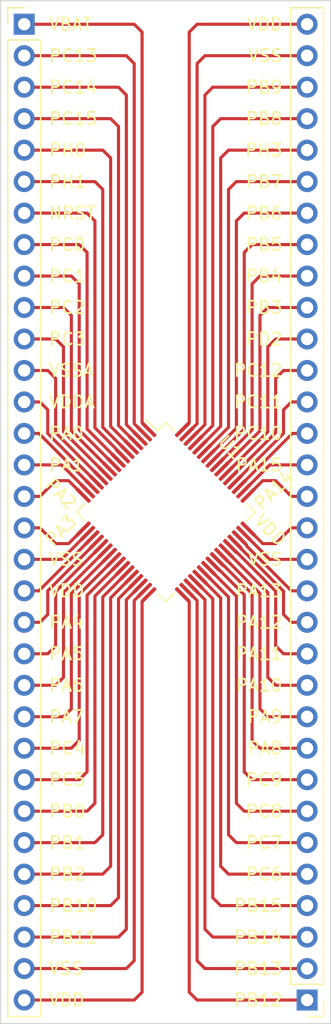
<source format=kicad_pcb>
(kicad_pcb (version 20211014) (generator pcbnew)
  (layers (0 "F.Cu" signal) (31 "B.Cu" signal) (34 "B.Paste" user) (35 "F.Paste" user) (36 "B.SilkS" user "B.Silkscreen") (37 "F.SilkS" user "F.Silkscreen") (38 "B.Mask" user) (39 "F.Mask" user) (44 "Edge.Cuts" user))
  (net 0 "")
  (net 1 "10")
  (net 2 "11")
  (net 3 "12")
  (net 4 "13")
  (net 5 "14")
  (net 6 "15")
  (net 7 "16")
  (net 8 "17")
  (net 9 "18")
  (net 10 "19")
  (net 11 "20")
  (net 12 "24")
  (net 13 "22")
  (net 14 "23")
  (net 15 "25")
  (net 16 "26")
  (net 17 "27")
  (net 18 "28")
  (net 19 "29")
  (net 20 "30")
  (net 21 "31")
  (net 22 "32")
  (net 23 "33")
  (net 24 "34")
  (net 25 "35")
  (net 26 "36")
  (net 27 "37")
  (net 28 "38")
  (net 29 "39")
  (net 30 "40")
  (net 31 "41")
  (net 32 "42")
  (net 33 "43")
  (net 34 "44")
  (net 35 "45")
  (net 36 "46")
  (net 37 "47")
  (net 38 "48")
  (net 39 "49")
  (net 40 "50")
  (net 41 "51")
  (net 42 "52")
  (net 43 "53")
  (net 44 "54")
  (net 45 "55")
  (net 46 "56")
  (net 47 "57")
  (net 48 "58")
  (net 49 "59")
  (net 50 "60")
  (net 51 "61")
  (net 52 "62")
  (net 53 "63")
  (net 54 "64")
  (net 55 "01")
  (net 56 "02")
  (net 57 "03")
  (net 58 "04")
  (net 59 "05")
  (net 60 "06")
  (net 61 "07")
  (net 62 "08")
  (net 63 "09")
  (net 64 "21")
  (footprint "Connector_PinHeader_2.54mm:PinHeader_1x32_P2.54mm_Vertical" (layer "F.Cu") (at 152.4 149.86 180)
    (fp_text reference "J2" hide)
    (fp_text value "Conn_01x32_Male" hide)
    (fp_line (start -1.33 0) (end -1.33 -1.33) (layer "F.SilkS") (width 0.12))
    (fp_line (start -1.33 1.27) (end 1.33 1.27) (layer "F.SilkS") (width 0.12))
    (fp_line (start -1.33 -1.33) (end 0 -1.33) (layer "F.SilkS") (width 0.12))
    (fp_line (start -1.33 80.07) (end 1.33 80.07) (layer "F.SilkS") (width 0.12))
    (fp_line (start 1.33 1.27) (end 1.33 80.07) (layer "F.SilkS") (width 0.12))
    (fp_line (start -1.33 1.27) (end -1.33 80.07) (layer "F.SilkS") (width 0.12))
    (pad "1" thru_hole rect (at 0 0 180) (size 1.7 1.7) (drill 1) (layers *.Cu *.Mask) (net 23 "33"))
    (pad "2" thru_hole oval (at 0 2.54 180) (size 1.7 1.7) (drill 1) (layers *.Cu *.Mask) (net 24 "34"))
    (pad "3" thru_hole oval (at 0 5.08 180) (size 1.7 1.7) (drill 1) (layers *.Cu *.Mask) (net 25 "35"))
    (pad "4" thru_hole oval (at 0 7.62 180) (size 1.7 1.7) (drill 1) (layers *.Cu *.Mask) (net 26 "36"))
    (pad "5" thru_hole oval (at 0 10.16 180) (size 1.7 1.7) (drill 1) (layers *.Cu *.Mask) (net 27 "37"))
    (pad "6" thru_hole oval (at 0 12.7 180) (size 1.7 1.7) (drill 1) (layers *.Cu *.Mask) (net 28 "38"))
    (pad "7" thru_hole oval (at 0 15.24 180) (size 1.7 1.7) (drill 1) (layers *.Cu *.Mask) (net 29 "39"))
    (pad "8" thru_hole oval (at 0 17.78 180) (size 1.7 1.7) (drill 1) (layers *.Cu *.Mask) (net 30 "40"))
    (pad "9" thru_hole oval (at 0 20.32 180) (size 1.7 1.7) (drill 1) (layers *.Cu *.Mask) (net 31 "41"))
    (pad "10" thru_hole oval (at 0 22.86 180) (size 1.7 1.7) (drill 1) (layers *.Cu *.Mask) (net 32 "42"))
    (pad "11" thru_hole oval (at 0 25.4 180) (size 1.7 1.7) (drill 1) (layers *.Cu *.Mask) (net 33 "43"))
    (pad "12" thru_hole oval (at 0 27.94 180) (size 1.7 1.7) (drill 1) (layers *.Cu *.Mask) (net 34 "44"))
    (pad "13" thru_hole oval (at 0 30.48 180) (size 1.7 1.7) (drill 1) (layers *.Cu *.Mask) (net 35 "45"))
    (pad "14" thru_hole oval (at 0 33.02 180) (size 1.7 1.7) (drill 1) (layers *.Cu *.Mask) (net 36 "46"))
    (pad "15" thru_hole oval (at 0 35.56 180) (size 1.7 1.7) (drill 1) (layers *.Cu *.Mask) (net 37 "47"))
    (pad "16" thru_hole oval (at 0 38.1 180) (size 1.7 1.7) (drill 1) (layers *.Cu *.Mask) (net 38 "48"))
    (pad "17" thru_hole oval (at 0 40.64 180) (size 1.7 1.7) (drill 1) (layers *.Cu *.Mask) (net 39 "49"))
    (pad "18" thru_hole oval (at 0 43.18 180) (size 1.7 1.7) (drill 1) (layers *.Cu *.Mask) (net 40 "50"))
    (pad "19" thru_hole oval (at 0 45.72 180) (size 1.7 1.7) (drill 1) (layers *.Cu *.Mask) (net 41 "51"))
    (pad "20" thru_hole oval (at 0 48.26 180) (size 1.7 1.7) (drill 1) (layers *.Cu *.Mask) (net 42 "52"))
    (pad "21" thru_hole oval (at 0 50.8 180) (size 1.7 1.7) (drill 1) (layers *.Cu *.Mask) (net 43 "53"))
    (pad "22" thru_hole oval (at 0 53.34 180) (size 1.7 1.7) (drill 1) (layers *.Cu *.Mask) (net 44 "54"))
    (pad "23" thru_hole oval (at 0 55.88 180) (size 1.7 1.7) (drill 1) (layers *.Cu *.Mask) (net 45 "55"))
    (pad "24" thru_hole oval (at 0 58.42 180) (size 1.7 1.7) (drill 1) (layers *.Cu *.Mask) (net 46 "56"))
    (pad "25" thru_hole oval (at 0 60.96 180) (size 1.7 1.7) (drill 1) (layers *.Cu *.Mask) (net 47 "57"))
    (pad "26" thru_hole oval (at 0 63.5 180) (size 1.7 1.7) (drill 1) (layers *.Cu *.Mask) (net 48 "58"))
    (pad "27" thru_hole oval (at 0 66.04 180) (size 1.7 1.7) (drill 1) (layers *.Cu *.Mask) (net 49 "59"))
    (pad "28" thru_hole oval (at 0 68.58 180) (size 1.7 1.7) (drill 1) (layers *.Cu *.Mask) (net 50 "60"))
    (pad "29" thru_hole oval (at 0 71.12 180) (size 1.7 1.7) (drill 1) (layers *.Cu *.Mask) (net 51 "61"))
    (pad "30" thru_hole oval (at 0 73.66 180) (size 1.7 1.7) (drill 1) (layers *.Cu *.Mask) (net 52 "62"))
    (pad "31" thru_hole oval (at 0 76.2 180) (size 1.7 1.7) (drill 1) (layers *.Cu *.Mask) (net 53 "63"))
    (pad "32" thru_hole oval (at 0 78.74 180) (size 1.7 1.7) (drill 1) (layers *.Cu *.Mask) (net 54 "64"))
  )
  (footprint "Connector_PinHeader_2.54mm:PinHeader_1x32_P2.54mm_Vertical" (layer "F.Cu") (at 129.54 71.12)
    (fp_text reference "J1" hide)
    (fp_text value "Conn_01x32_Male" hide)
    (fp_line (start -1.33 -1.33) (end 0 -1.33) (layer "F.SilkS") (width 0.12))
    (fp_line (start -1.33 80.07) (end 1.33 80.07) (layer "F.SilkS") (width 0.12))
    (fp_line (start -1.33 1.27) (end 1.33 1.27) (layer "F.SilkS") (width 0.12))
    (fp_line (start -1.33 0) (end -1.33 -1.33) (layer "F.SilkS") (width 0.12))
    (fp_line (start -1.33 1.27) (end -1.33 80.07) (layer "F.SilkS") (width 0.12))
    (fp_line (start 1.33 1.27) (end 1.33 80.07) (layer "F.SilkS") (width 0.12))
    (pad "1" thru_hole rect (at 0 0) (size 1.7 1.7) (drill 1) (layers *.Cu *.Mask) (net 55 "01"))
    (pad "2" thru_hole oval (at 0 2.54) (size 1.7 1.7) (drill 1) (layers *.Cu *.Mask) (net 56 "02"))
    (pad "3" thru_hole oval (at 0 5.08) (size 1.7 1.7) (drill 1) (layers *.Cu *.Mask) (net 57 "03"))
    (pad "4" thru_hole oval (at 0 7.62) (size 1.7 1.7) (drill 1) (layers *.Cu *.Mask) (net 58 "04"))
    (pad "5" thru_hole oval (at 0 10.16) (size 1.7 1.7) (drill 1) (layers *.Cu *.Mask) (net 59 "05"))
    (pad "6" thru_hole oval (at 0 12.7) (size 1.7 1.7) (drill 1) (layers *.Cu *.Mask) (net 60 "06"))
    (pad "7" thru_hole oval (at 0 15.24) (size 1.7 1.7) (drill 1) (layers *.Cu *.Mask) (net 61 "07"))
    (pad "8" thru_hole oval (at 0 17.78) (size 1.7 1.7) (drill 1) (layers *.Cu *.Mask) (net 62 "08"))
    (pad "9" thru_hole oval (at 0 20.32) (size 1.7 1.7) (drill 1) (layers *.Cu *.Mask) (net 63 "09"))
    (pad "10" thru_hole oval (at 0 22.86) (size 1.7 1.7) (drill 1) (layers *.Cu *.Mask) (net 1 "10"))
    (pad "11" thru_hole oval (at 0 25.4) (size 1.7 1.7) (drill 1) (layers *.Cu *.Mask) (net 2 "11"))
    (pad "12" thru_hole oval (at 0 27.94) (size 1.7 1.7) (drill 1) (layers *.Cu *.Mask) (net 3 "12"))
    (pad "13" thru_hole oval (at 0 30.48) (size 1.7 1.7) (drill 1) (layers *.Cu *.Mask) (net 4 "13"))
    (pad "14" thru_hole oval (at 0 33.02) (size 1.7 1.7) (drill 1) (layers *.Cu *.Mask) (net 5 "14"))
    (pad "15" thru_hole oval (at 0 35.56) (size 1.7 1.7) (drill 1) (layers *.Cu *.Mask) (net 6 "15"))
    (pad "16" thru_hole oval (at 0 38.1) (size 1.7 1.7) (drill 1) (layers *.Cu *.Mask) (net 7 "16"))
    (pad "17" thru_hole oval (at 0 40.64) (size 1.7 1.7) (drill 1) (layers *.Cu *.Mask) (net 8 "17"))
    (pad "18" thru_hole oval (at 0 43.18) (size 1.7 1.7) (drill 1) (layers *.Cu *.Mask) (net 9 "18"))
    (pad "19" thru_hole oval (at 0 45.72) (size 1.7 1.7) (drill 1) (layers *.Cu *.Mask) (net 10 "19"))
    (pad "20" thru_hole oval (at 0 48.26) (size 1.7 1.7) (drill 1) (layers *.Cu *.Mask) (net 11 "20"))
    (pad "21" thru_hole oval (at 0 50.8) (size 1.7 1.7) (drill 1) (layers *.Cu *.Mask) (net 64 "21"))
    (pad "22" thru_hole oval (at 0 53.34) (size 1.7 1.7) (drill 1) (layers *.Cu *.Mask) (net 13 "22"))
    (pad "23" thru_hole oval (at 0 55.88) (size 1.7 1.7) (drill 1) (layers *.Cu *.Mask) (net 14 "23"))
    (pad "24" thru_hole oval (at 0 58.42) (size 1.7 1.7) (drill 1) (layers *.Cu *.Mask) (net 12 "24"))
    (pad "25" thru_hole oval (at 0 60.96) (size 1.7 1.7) (drill 1) (layers *.Cu *.Mask) (net 15 "25"))
    (pad "26" thru_hole oval (at 0 63.5) (size 1.7 1.7) (drill 1) (layers *.Cu *.Mask) (net 16 "26"))
    (pad "27" thru_hole oval (at 0 66.04) (size 1.7 1.7) (drill 1) (layers *.Cu *.Mask) (net 17 "27"))
    (pad "28" thru_hole oval (at 0 68.58) (size 1.7 1.7) (drill 1) (layers *.Cu *.Mask) (net 18 "28"))
    (pad "29" thru_hole oval (at 0 71.12) (size 1.7 1.7) (drill 1) (layers *.Cu *.Mask) (net 19 "29"))
    (pad "30" thru_hole oval (at 0 73.66) (size 1.7 1.7) (drill 1) (layers *.Cu *.Mask) (net 20 "30"))
    (pad "31" thru_hole oval (at 0 76.2) (size 1.7 1.7) (drill 1) (layers *.Cu *.Mask) (net 21 "31"))
    (pad "32" thru_hole oval (at 0 78.74) (size 1.7 1.7) (drill 1) (layers *.Cu *.Mask) (net 22 "32"))
  )
  (footprint "Package_QFP:LQFP-64_10x10mm_P0.5mm" (layer "F.Cu") (at 140.97 110.49 -45)
    (fp_text reference "U1" (at 0 -7.4 135) (layer "F.SilkS"))
    (fp_text value "STM32L431RCTx")
    (fp_line (start -4.16 5.11) (end -5.11 5.11) (layer "F.SilkS") (width 0.12))
    (fp_line (start 4.16 5.11) (end 5.11 5.11) (layer "F.SilkS") (width 0.12))
    (fp_line (start -5.11 5.11) (end -5.11 4.16) (layer "F.SilkS") (width 0.12))
    (fp_line (start -4.16 -5.11) (end -5.11 -5.11) (layer "F.SilkS") (width 0.12))
    (fp_line (start 5.11 5.11) (end 5.11 4.16) (layer "F.SilkS") (width 0.12))
    (fp_line (start -5.11 -4.16) (end -6.45 -4.16) (layer "F.SilkS") (width 0.12))
    (fp_line (start 5.11 -5.11) (end 5.11 -4.16) (layer "F.SilkS") (width 0.12))
    (fp_line (start 4.16 -5.11) (end 5.11 -5.11) (layer "F.SilkS") (width 0.12))
    (fp_line (start -5.11 -5.11) (end -5.11 -4.16) (layer "F.SilkS") (width 0.12))
    (pad "1" smd roundrect (at -5.675 -3.75 315) (size 1.55 0.3) (layers "F.Cu" "F.Paste" "F.Mask") (net 55 "01"))
    (pad "2" smd roundrect (at -5.675 -3.25 315) (size 1.55 0.3) (layers "F.Cu" "F.Paste" "F.Mask") (net 56 "02"))
    (pad "3" smd roundrect (at -5.675 -2.75 315) (size 1.55 0.3) (layers "F.Cu" "F.Paste" "F.Mask") (net 57 "03"))
    (pad "4" smd roundrect (at -5.675 -2.25 315) (size 1.55 0.3) (layers "F.Cu" "F.Paste" "F.Mask") (net 58 "04"))
    (pad "5" smd roundrect (at -5.675 -1.75 315) (size 1.55 0.3) (layers "F.Cu" "F.Paste" "F.Mask") (net 59 "05"))
    (pad "6" smd roundrect (at -5.675 -1.25 315) (size 1.55 0.3) (layers "F.Cu" "F.Paste" "F.Mask") (net 60 "06"))
    (pad "7" smd roundrect (at -5.675 -0.75 315) (size 1.55 0.3) (layers "F.Cu" "F.Paste" "F.Mask") (net 61 "07"))
    (pad "8" smd roundrect (at -5.675 -0.25 315) (size 1.55 0.3) (layers "F.Cu" "F.Paste" "F.Mask") (net 62 "08"))
    (pad "9" smd roundrect (at -5.675 0.25 315) (size 1.55 0.3) (layers "F.Cu" "F.Paste" "F.Mask") (net 63 "09"))
    (pad "10" smd roundrect (at -5.675 0.75 315) (size 1.55 0.3) (layers "F.Cu" "F.Paste" "F.Mask") (net 1 "10"))
    (pad "11" smd roundrect (at -5.675 1.25 315) (size 1.55 0.3) (layers "F.Cu" "F.Paste" "F.Mask") (net 2 "11"))
    (pad "12" smd roundrect (at -5.675 1.75 315) (size 1.55 0.3) (layers "F.Cu" "F.Paste" "F.Mask") (net 3 "12"))
    (pad "13" smd roundrect (at -5.675 2.25 315) (size 1.55 0.3) (layers "F.Cu" "F.Paste" "F.Mask") (net 4 "13"))
    (pad "14" smd roundrect (at -5.675 2.75 315) (size 1.55 0.3) (layers "F.Cu" "F.Paste" "F.Mask") (net 5 "14"))
    (pad "15" smd roundrect (at -5.675 3.25 315) (size 1.55 0.3) (layers "F.Cu" "F.Paste" "F.Mask") (net 6 "15"))
    (pad "16" smd roundrect (at -5.675 3.75 315) (size 1.55 0.3) (layers "F.Cu" "F.Paste" "F.Mask") (net 7 "16"))
    (pad "17" smd roundrect (at -3.75 5.675 315) (size 0.3 1.55) (layers "F.Cu" "F.Paste" "F.Mask") (net 8 "17"))
    (pad "18" smd roundrect (at -3.25 5.675 315) (size 0.3 1.55) (layers "F.Cu" "F.Paste" "F.Mask") (net 9 "18"))
    (pad "19" smd roundrect (at -2.75 5.675 315) (size 0.3 1.55) (layers "F.Cu" "F.Paste" "F.Mask") (net 10 "19"))
    (pad "20" smd roundrect (at -2.25 5.675 315) (size 0.3 1.55) (layers "F.Cu" "F.Paste" "F.Mask") (net 11 "20"))
    (pad "21" smd roundrect (at -1.75 5.675 315) (size 0.3 1.55) (layers "F.Cu" "F.Paste" "F.Mask") (net 64 "21"))
    (pad "22" smd roundrect (at -1.25 5.675 315) (size 0.3 1.55) (layers "F.Cu" "F.Paste" "F.Mask") (net 13 "22"))
    (pad "23" smd roundrect (at -0.75 5.675 315) (size 0.3 1.55) (layers "F.Cu" "F.Paste" "F.Mask") (net 14 "23"))
    (pad "24" smd roundrect (at -0.25 5.675 315) (size 0.3 1.55) (layers "F.Cu" "F.Paste" "F.Mask") (net 12 "24"))
    (pad "25" smd roundrect (at 0.25 5.675 315) (size 0.3 1.55) (layers "F.Cu" "F.Paste" "F.Mask") (net 15 "25"))
    (pad "26" smd roundrect (at 0.75 5.675 315) (size 0.3 1.55) (layers "F.Cu" "F.Paste" "F.Mask") (net 16 "26"))
    (pad "27" smd roundrect (at 1.25 5.675 315) (size 0.3 1.55) (layers "F.Cu" "F.Paste" "F.Mask") (net 17 "27"))
    (pad "28" smd roundrect (at 1.75 5.675 315) (size 0.3 1.55) (layers "F.Cu" "F.Paste" "F.Mask") (net 18 "28"))
    (pad "29" smd roundrect (at 2.25 5.675 315) (size 0.3 1.55) (layers "F.Cu" "F.Paste" "F.Mask") (net 19 "29"))
    (pad "30" smd roundrect (at 2.75 5.675 315) (size 0.3 1.55) (layers "F.Cu" "F.Paste" "F.Mask") (net 20 "30"))
    (pad "31" smd roundrect (at 3.25 5.675 315) (size 0.3 1.55) (layers "F.Cu" "F.Paste" "F.Mask") (net 21 "31"))
    (pad "32" smd roundrect (at 3.75 5.675 315) (size 0.3 1.55) (layers "F.Cu" "F.Paste" "F.Mask") (net 22 "32"))
    (pad "33" smd roundrect (at 5.675 3.75 315) (size 1.55 0.3) (layers "F.Cu" "F.Paste" "F.Mask") (net 23 "33"))
    (pad "34" smd roundrect (at 5.675 3.25 315) (size 1.55 0.3) (layers "F.Cu" "F.Paste" "F.Mask") (net 24 "34"))
    (pad "35" smd roundrect (at 5.675 2.75 315) (size 1.55 0.3) (layers "F.Cu" "F.Paste" "F.Mask") (net 25 "35"))
    (pad "36" smd roundrect (at 5.675 2.25 315) (size 1.55 0.3) (layers "F.Cu" "F.Paste" "F.Mask") (net 26 "36"))
    (pad "37" smd roundrect (at 5.675 1.75 315) (size 1.55 0.3) (layers "F.Cu" "F.Paste" "F.Mask") (net 27 "37"))
    (pad "38" smd roundrect (at 5.675 1.25 315) (size 1.55 0.3) (layers "F.Cu" "F.Paste" "F.Mask") (net 28 "38"))
    (pad "39" smd roundrect (at 5.675 0.75 315) (size 1.55 0.3) (layers "F.Cu" "F.Paste" "F.Mask") (net 29 "39"))
    (pad "40" smd roundrect (at 5.675 0.25 315) (size 1.55 0.3) (layers "F.Cu" "F.Paste" "F.Mask") (net 30 "40"))
    (pad "41" smd roundrect (at 5.675 -0.25 315) (size 1.55 0.3) (layers "F.Cu" "F.Paste" "F.Mask") (net 31 "41"))
    (pad "42" smd roundrect (at 5.675 -0.75 315) (size 1.55 0.3) (layers "F.Cu" "F.Paste" "F.Mask") (net 32 "42"))
    (pad "43" smd roundrect (at 5.675 -1.25 315) (size 1.55 0.3) (layers "F.Cu" "F.Paste" "F.Mask") (net 33 "43"))
    (pad "44" smd roundrect (at 5.675 -1.75 315) (size 1.55 0.3) (layers "F.Cu" "F.Paste" "F.Mask") (net 34 "44"))
    (pad "45" smd roundrect (at 5.675 -2.25 315) (size 1.55 0.3) (layers "F.Cu" "F.Paste" "F.Mask") (net 35 "45"))
    (pad "46" smd roundrect (at 5.675 -2.75 315) (size 1.55 0.3) (layers "F.Cu" "F.Paste" "F.Mask") (net 36 "46"))
    (pad "47" smd roundrect (at 5.675 -3.25 315) (size 1.55 0.3) (layers "F.Cu" "F.Paste" "F.Mask") (net 37 "47"))
    (pad "48" smd roundrect (at 5.675 -3.75 315) (size 1.55 0.3) (layers "F.Cu" "F.Paste" "F.Mask") (net 38 "48"))
    (pad "49" smd roundrect (at 3.75 -5.675 315) (size 0.3 1.55) (layers "F.Cu" "F.Paste" "F.Mask") (net 39 "49"))
    (pad "50" smd roundrect (at 3.25 -5.675 315) (size 0.3 1.55) (layers "F.Cu" "F.Paste" "F.Mask") (net 40 "50"))
    (pad "51" smd roundrect (at 2.75 -5.675 315) (size 0.3 1.55) (layers "F.Cu" "F.Paste" "F.Mask") (net 41 "51"))
    (pad "52" smd roundrect (at 2.25 -5.675 315) (size 0.3 1.55) (layers "F.Cu" "F.Paste" "F.Mask") (net 42 "52"))
    (pad "53" smd roundrect (at 1.75 -5.675 315) (size 0.3 1.55) (layers "F.Cu" "F.Paste" "F.Mask") (net 43 "53"))
    (pad "54" smd roundrect (at 1.25 -5.675 315) (size 0.3 1.55) (layers "F.Cu" "F.Paste" "F.Mask") (net 44 "54"))
    (pad "55" smd roundrect (at 0.75 -5.675 315) (size 0.3 1.55) (layers "F.Cu" "F.Paste" "F.Mask") (net 45 "55"))
    (pad "56" smd roundrect (at 0.25 -5.675 315) (size 0.3 1.55) (layers "F.Cu" "F.Paste" "F.Mask") (net 46 "56"))
    (pad "57" smd roundrect (at -0.25 -5.675 315) (size 0.3 1.55) (layers "F.Cu" "F.Paste" "F.Mask") (net 47 "57"))
    (pad "58" smd roundrect (at -0.75 -5.675 315) (size 0.3 1.55) (layers "F.Cu" "F.Paste" "F.Mask") (net 48 "58"))
    (pad "59" smd roundrect (at -1.25 -5.675 315) (size 0.3 1.55) (layers "F.Cu" "F.Paste" "F.Mask") (net 49 "59"))
    (pad "60" smd roundrect (at -1.75 -5.675 315) (size 0.3 1.55) (layers "F.Cu" "F.Paste" "F.Mask") (net 50 "60"))
    (pad "61" smd roundrect (at -2.25 -5.675 315) (size 0.3 1.55) (layers "F.Cu" "F.Paste" "F.Mask") (net 51 "61"))
    (pad "62" smd roundrect (at -2.75 -5.675 315) (size 0.3 1.55) (layers "F.Cu" "F.Paste" "F.Mask") (net 52 "62"))
    (pad "63" smd roundrect (at -3.25 -5.675 315) (size 0.3 1.55) (layers "F.Cu" "F.Paste" "F.Mask") (net 53 "63"))
    (pad "64" smd roundrect (at -3.75 -5.675 315) (size 0.3 1.55) (layers "F.Cu" "F.Paste" "F.Mask") (net 54 "64"))
  )
  (gr_rect (start 127.635 151.765) (end 154.305 69.215) (layer "Edge.Cuts") (width 0.1) (fill none))
  (gr_text "PC9" (at 150.495 132.08) (layer "F.SilkS") (effects (font (size 1 1)) (justify right)))
  (gr_text "PB8" (at 150.495 78.74) (layer "F.SilkS") (effects (font (size 1 1)) (justify right)))
  (gr_text "VSS" (at 150.495 114.3) (layer "F.SilkS") (effects (font (size 1 1)) (justify right)))
  (gr_text "PA7" (at 131.445 127) (layer "F.SilkS") (effects (font (size 1 1)) (justify left)))
  (gr_text "PB13" (at 150.495 147.32) (layer "F.SilkS") (effects (font (size 1 1)) (justify right)))
  (gr_text "PA11" (at 150.495 121.92) (layer "F.SilkS") (effects (font (size 1 1)) (justify right)))
  (gr_text "PA13" (at 150.495 116.84) (layer "F.SilkS") (effects (font (size 1 1)) (justify right)))
  (gr_text "PB3" (at 150.495 93.98) (layer "F.SilkS") (effects (font (size 1 1)) (justify right)))
  (gr_text "PC15" (at 131.445 78.74) (layer "F.SilkS") (effects (font (size 1 1)) (justify left)))
  (gr_text "PB2" (at 131.445 139.7) (layer "F.SilkS") (effects (font (size 1 1)) (justify left)))
  (gr_text "PA10" (at 150.495 124.46) (layer "F.SilkS") (effects (font (size 1 1)) (justify right)))
  (gr_text "VDD" (at 150.495 113.03 315) (layer "F.SilkS") (effects (font (size 1 1)) (justify right)))
  (gr_text "PB7" (at 150.495 83.82) (layer "F.SilkS") (effects (font (size 1 1)) (justify right)))
  (gr_text "PB1" (at 131.445 137.16) (layer "F.SilkS") (effects (font (size 1 1)) (justify left)))
  (gr_text "PH3" (at 150.495 81.28) (layer "F.SilkS") (effects (font (size 1 1)) (justify right)))
  (gr_text "PB4" (at 150.495 91.44) (layer "F.SilkS") (effects (font (size 1 1)) (justify right)))
  (gr_text "PB10" (at 131.445 142.24) (layer "F.SilkS") (effects (font (size 1 1)) (justify left)))
  (gr_text "VBAT" (at 131.445 71.12) (layer "F.SilkS") (effects (font (size 1 1)) (justify left)))
  (gr_text "VDD" (at 150.495 71.12) (layer "F.SilkS") (effects (font (size 1 1)) (justify right)))
  (gr_text "PB12" (at 150.495 149.86) (layer "F.SilkS") (effects (font (size 1 1)) (justify right)))
  (gr_text "PA8" (at 150.495 129.54) (layer "F.SilkS") (effects (font (size 1 1)) (justify right)))
  (gr_text "PB5" (at 150.495 88.9) (layer "F.SilkS") (effects (font (size 1 1)) (justify right)))
  (gr_text "PA0" (at 131.445 104.14) (layer "F.SilkS") (effects (font (size 1 1)) (justify left)))
  (gr_text "PB0" (at 131.445 134.62) (layer "F.SilkS") (effects (font (size 1 1)) (justify left)))
  (gr_text "PC14" (at 131.445 76.2) (layer "F.SilkS") (effects (font (size 1 1)) (justify left)))
  (gr_text "VDD" (at 131.445 149.86) (layer "F.SilkS") (effects (font (size 1 1)) (justify left)))
  (gr_text "VSS" (at 131.445 114.3) (layer "F.SilkS") (effects (font (size 1 1)) (justify left)))
  (gr_text "VDDA" (at 131.445 101.6) (layer "F.SilkS") (effects (font (size 1 1)) (justify left)))
  (gr_text "VSS" (at 131.445 147.32) (layer "F.SilkS") (effects (font (size 1 1)) (justify left)))
  (gr_text "PC7" (at 150.495 137.16) (layer "F.SilkS") (effects (font (size 1 1)) (justify right)))
  (gr_text "VSSA" (at 131.445 99.06) (layer "F.SilkS") (effects (font (size 1 1)) (justify left)))
  (gr_text "PA15" (at 150.495 106.68) (layer "F.SilkS") (effects (font (size 1 1)) (justify right)))
  (gr_text "PH0" (at 131.445 81.28) (layer "F.SilkS") (effects (font (size 1 1)) (justify left)))
  (gr_text "PC13" (at 131.445 73.66) (layer "F.SilkS") (effects (font (size 1 1)) (justify left)))
  (gr_text "PA14" (at 151.13 107.315 45) (layer "F.SilkS") (effects (font (size 1 1)) (justify right)))
  (gr_text "PC8" (at 150.495 134.62) (layer "F.SilkS") (effects (font (size 1 1)) (justify right)))
  (gr_text "PA2" (at 131.445 107.95 315) (layer "F.SilkS") (effects (font (size 1 1)) (justify left)))
  (gr_text "PC6" (at 150.495 139.7) (layer "F.SilkS") (effects (font (size 1 1)) (justify right)))
  (gr_text "PA5" (at 131.445 121.92) (layer "F.SilkS") (effects (font (size 1 1)) (justify left)))
  (gr_text "PC10" (at 150.495 104.14) (layer "F.SilkS") (effects (font (size 1 1)) (justify right)))
  (gr_text "PA6" (at 131.445 124.46) (layer "F.SilkS") (effects (font (size 1 1)) (justify left)))
  (gr_text "PC5" (at 131.445 132.08) (layer "F.SilkS") (effects (font (size 1 1)) (justify left)))
  (gr_text "PB15" (at 150.495 142.24) (layer "F.SilkS") (effects (font (size 1 1)) (justify right)))
  (gr_text "PA1" (at 131.445 106.68) (layer "F.SilkS") (effects (font (size 1 1)) (justify left)))
  (gr_text "VSS" (at 150.495 73.66) (layer "F.SilkS") (effects (font (size 1 1)) (justify right)))
  (gr_text "PA12" (at 150.495 119.38) (layer "F.SilkS") (effects (font (size 1 1)) (justify right)))
  (gr_text "PC1" (at 131.445 91.44) (layer "F.SilkS") (effects (font (size 1 1)) (justify left)))
  (gr_text "PA3" (at 131.445 113.03 45) (layer "F.SilkS") (effects (font (size 1 1)) (justify left)))
  (gr_text "PC3" (at 131.445 96.52) (layer "F.SilkS") (effects (font (size 1 1)) (justify left)))
  (gr_text "PB14" (at 150.495 144.78) (layer "F.SilkS") (effects (font (size 1 1)) (justify right)))
  (gr_text "PD2" (at 150.495 96.52) (layer "F.SilkS") (effects (font (size 1 1)) (justify right)))
  (gr_text "VDD" (at 131.445 116.84) (layer "F.SilkS") (effects (font (size 1 1)) (justify left)))
  (gr_text "PA9" (at 150.495 127) (layer "F.SilkS") (effects (font (size 1 1)) (justify right)))
  (gr_text "PB6" (at 150.495 86.36) (layer "F.SilkS") (effects (font (size 1 1)) (justify right)))
  (gr_text "PH1" (at 131.445 83.82) (layer "F.SilkS") (effects (font (size 1 1)) (justify left)))
  (gr_text "PC4" (at 131.445 129.54) (layer "F.SilkS") (effects (font (size 1 1)) (justify left)))
  (gr_text "PC12" (at 150.495 99.06) (layer "F.SilkS") (effects (font (size 1 1)) (justify right)))
  (gr_text "NRST" (at 131.445 86.36) (layer "F.SilkS") (effects (font (size 1 1)) (justify left)))
  (gr_text "PC2" (at 131.445 93.98) (layer "F.SilkS") (effects (font (size 1 1)) (justify left)))
  (gr_text "PB9" (at 150.495 76.2) (layer "F.SilkS") (effects (font (size 1 1)) (justify right)))
  (gr_text "PC0" (at 131.445 88.9) (layer "F.SilkS") (effects (font (size 1 1)) (justify left)))
  (gr_text "PA4" (at 131.445 119.38) (layer "F.SilkS") (effects (font (size 1 1)) (justify left)))
  (gr_text "PC11" (at 150.495 101.6) (layer "F.SilkS") (effects (font (size 1 1)) (justify right)))
  (gr_text "PB11" (at 131.445 144.78) (layer "F.SilkS") (effects (font (size 1 1)) (justify left)))
  (segment (start 133.35 103.93066) (end 133.35 94.615) (width 0.25) (layer "F.Cu") (net 1))
  (segment (start 136.426839 107.007499) (end 133.35 103.93066) (width 0.25) (layer "F.Cu") (net 1))
  (segment (start 132.715 93.98) (end 129.54 93.98) (width 0.25) (layer "F.Cu") (net 1))
  (segment (start 133.35 94.615) (end 132.715 93.98) (width 0.25) (layer "F.Cu") (net 1))
  (segment (start 132.715 104.002766) (end 132.715 97.155) (width 0.25) (layer "F.Cu") (net 2))
  (segment (start 132.08 96.52) (end 129.54 96.52) (width 0.25) (layer "F.Cu") (net 2))
  (segment (start 132.715 97.155) (end 132.08 96.52) (width 0.25) (layer "F.Cu") (net 2))
  (segment (start 136.073286 107.361052) (end 132.715 104.002766) (width 0.25) (layer "F.Cu") (net 2))
  (segment (start 132.08 104.074874) (end 132.08 99.695) (width 0.25) (layer "F.Cu") (net 3))
  (segment (start 132.08 99.695) (end 131.445 99.06) (width 0.25) (layer "F.Cu") (net 3))
  (segment (start 135.719732 107.714606) (end 132.08 104.074874) (width 0.25) (layer "F.Cu") (net 3))
  (segment (start 131.445 99.06) (end 129.54 99.06) (width 0.25) (layer "F.Cu") (net 3))
  (segment (start 131.445 104.14698) (end 131.445 102.235) (width 0.25) (layer "F.Cu") (net 4))
  (segment (start 131.445 102.235) (end 130.81 101.6) (width 0.25) (layer "F.Cu") (net 4))
  (segment (start 130.81 101.6) (end 129.54 101.6) (width 0.25) (layer "F.Cu") (net 4))
  (segment (start 135.366179 108.068159) (end 131.445 104.14698) (width 0.25) (layer "F.Cu") (net 4))
  (segment (start 130.730912 104.14) (end 129.54 104.14) (width 0.25) (layer "F.Cu") (net 5))
  (segment (start 135.012625 108.421713) (end 130.730912 104.14) (width 0.25) (layer "F.Cu") (net 5))
  (segment (start 134.659072 108.775266) (end 132.563806 106.68) (width 0.25) (layer "F.Cu") (net 6))
  (segment (start 134.659072 108.775266) (end 134.659072 108.739912) (width 0.25) (layer "F.Cu") (net 6))
  (segment (start 132.563806 106.68) (end 129.54 106.68) (width 0.25) (layer "F.Cu") (net 6))
  (segment (start 132.08 107.95) (end 133.1267 107.95) (width 0.25) (layer "F.Cu") (net 7))
  (segment (start 129.54 109.22) (end 130.81 109.22) (width 0.25) (layer "F.Cu") (net 7))
  (segment (start 133.1267 107.95) (end 134.305519 109.128819) (width 0.25) (layer "F.Cu") (net 7))
  (segment (start 130.81 109.22) (end 132.08 107.95) (width 0.25) (layer "F.Cu") (net 7))
  (segment (start 133.1267 113.03) (end 132.08 113.03) (width 0.25) (layer "F.Cu") (net 8))
  (segment (start 130.81 111.76) (end 129.54 111.76) (width 0.25) (layer "F.Cu") (net 8))
  (segment (start 132.08 113.03) (end 130.81 111.76) (width 0.25) (layer "F.Cu") (net 8))
  (segment (start 134.305519 111.851181) (end 133.1267 113.03) (width 0.25) (layer "F.Cu") (net 8))
  (segment (start 132.563806 114.3) (end 129.54 114.3) (width 0.25) (layer "F.Cu") (net 9))
  (segment (start 134.659072 112.204734) (end 132.563806 114.3) (width 0.25) (layer "F.Cu") (net 9))
  (segment (start 135.012625 112.558287) (end 130.81 116.760912) (width 0.25) (layer "F.Cu") (net 10))
  (segment (start 130.81 116.84) (end 129.54 116.84) (width 0.25) (layer "F.Cu") (net 10))
  (segment (start 130.81 116.760912) (end 130.81 116.84) (width 0.25) (layer "F.Cu") (net 10))
  (segment (start 131.445 118.745) (end 130.81 119.38) (width 0.25) (layer "F.Cu") (net 11))
  (segment (start 135.366179 112.918821) (end 131.445 116.84) (width 0.25) (layer "F.Cu") (net 11))
  (segment (start 130.81 119.38) (end 129.54 119.38) (width 0.25) (layer "F.Cu") (net 11))
  (segment (start 131.445 116.84) (end 131.445 118.745) (width 0.25) (layer "F.Cu") (net 11))
  (segment (start 135.366179 112.911841) (end 135.366179 112.918821) (width 0.25) (layer "F.Cu") (net 11))
  (segment (start 133.985 117.121446) (end 133.985 128.905) (width 0.25) (layer "F.Cu") (net 12))
  (segment (start 133.35 129.54) (end 129.54 129.54) (width 0.25) (layer "F.Cu") (net 12))
  (segment (start 136.780392 114.326054) (end 133.985 117.121446) (width 0.25) (layer "F.Cu") (net 12))
  (segment (start 133.985 128.905) (end 133.35 129.54) (width 0.25) (layer "F.Cu") (net 12))
  (segment (start 136.073286 113.618948) (end 132.715 116.977234) (width 0.25) (layer "F.Cu") (net 13))
  (segment (start 132.08 124.46) (end 129.54 124.46) (width 0.25) (layer "F.Cu") (net 13))
  (segment (start 132.715 116.977234) (end 132.715 123.825) (width 0.25) (layer "F.Cu") (net 13))
  (segment (start 132.715 123.825) (end 132.08 124.46) (width 0.25) (layer "F.Cu") (net 13))
  (segment (start 133.35 117.04934) (end 133.35 126.365) (width 0.25) (layer "F.Cu") (net 14))
  (segment (start 133.35 126.365) (end 132.715 127) (width 0.25) (layer "F.Cu") (net 14))
  (segment (start 132.715 127) (end 129.54 127) (width 0.25) (layer "F.Cu") (net 14))
  (segment (start 136.426839 113.972501) (end 133.35 117.04934) (width 0.25) (layer "F.Cu") (net 14))
  (segment (start 129.54 132.08) (end 133.985 132.08) (width 0.25) (layer "F.Cu") (net 15))
  (segment (start 133.985 132.08) (end 134.62 131.445) (width 0.25) (layer "F.Cu") (net 15))
  (segment (start 134.62 117.193554) (end 137.133946 114.679608) (width 0.25) (layer "F.Cu") (net 15))
  (segment (start 134.62 131.445) (end 134.62 117.193554) (width 0.25) (layer "F.Cu") (net 15))
  (segment (start 135.255 133.985) (end 134.62 134.62) (width 0.25) (layer "F.Cu") (net 16))
  (segment (start 134.62 134.62) (end 129.54 134.62) (width 0.25) (layer "F.Cu") (net 16))
  (segment (start 137.487499 115.033161) (end 135.255 117.26566) (width 0.25) (layer "F.Cu") (net 16))
  (segment (start 135.255 117.26566) (end 135.255 133.985) (width 0.25) (layer "F.Cu") (net 16))
  (segment (start 135.89 136.525) (end 135.255 137.16) (width 0.25) (layer "F.Cu") (net 17))
  (segment (start 135.89 117.337766) (end 135.89 136.525) (width 0.25) (layer "F.Cu") (net 17))
  (segment (start 137.841052 115.386714) (end 135.89 117.337766) (width 0.25) (layer "F.Cu") (net 17))
  (segment (start 135.255 137.16) (end 129.54 137.16) (width 0.25) (layer "F.Cu") (net 17))
  (segment (start 136.525 117.409874) (end 136.525 139.065) (width 0.25) (layer "F.Cu") (net 18))
  (segment (start 138.194606 115.740268) (end 136.525 117.409874) (width 0.25) (layer "F.Cu") (net 18))
  (segment (start 135.89 139.7) (end 129.54 139.7) (width 0.25) (layer "F.Cu") (net 18))
  (segment (start 136.525 139.065) (end 135.89 139.7) (width 0.25) (layer "F.Cu") (net 18))
  (segment (start 137.16 141.605) (end 136.525 142.24) (width 0.25) (layer "F.Cu") (net 19))
  (segment (start 136.525 142.24) (end 129.54 142.24) (width 0.25) (layer "F.Cu") (net 19))
  (segment (start 138.548159 116.093821) (end 137.16 117.48198) (width 0.25) (layer "F.Cu") (net 19))
  (segment (start 137.16 117.48198) (end 137.16 141.605) (width 0.25) (layer "F.Cu") (net 19))
  (segment (start 138.901713 116.447375) (end 137.795 117.554088) (width 0.25) (layer "F.Cu") (net 20))
  (segment (start 137.795 144.145) (end 137.16 144.78) (width 0.25) (layer "F.Cu") (net 20))
  (segment (start 137.795 117.554088) (end 137.795 144.145) (width 0.25) (layer "F.Cu") (net 20))
  (segment (start 137.16 144.78) (end 129.54 144.78) (width 0.25) (layer "F.Cu") (net 20))
  (segment (start 137.795 147.32) (end 129.54 147.32) (width 0.25) (layer "F.Cu") (net 21))
  (segment (start 139.255266 116.800928) (end 138.43 117.626194) (width 0.25) (layer "F.Cu") (net 21))
  (segment (start 138.43 146.685) (end 137.795 147.32) (width 0.25) (layer "F.Cu") (net 21))
  (segment (start 138.43 117.626194) (end 138.43 146.685) (width 0.25) (layer "F.Cu") (net 21))
  (segment (start 139.065 149.225) (end 139.065 117.6983) (width 0.25) (layer "F.Cu") (net 22))
  (segment (start 139.065 117.6983) (end 139.608819 117.154481) (width 0.25) (layer "F.Cu") (net 22))
  (segment (start 129.54 149.86) (end 138.43 149.86) (width 0.25) (layer "F.Cu") (net 22))
  (segment (start 138.43 149.86) (end 139.065 149.225) (width 0.25) (layer "F.Cu") (net 22))
  (segment (start 142.331181 117.154481) (end 142.875 117.6983) (width 0.25) (layer "F.Cu") (net 23))
  (segment (start 142.875 149.225) (end 143.51 149.86) (width 0.25) (layer "F.Cu") (net 23))
  (segment (start 142.875 117.6983) (end 142.875 149.225) (width 0.25) (layer "F.Cu") (net 23))
  (segment (start 143.51 149.86) (end 152.4 149.86) (width 0.25) (layer "F.Cu") (net 23))
  (segment (start 144.145 147.32) (end 152.4 147.32) (width 0.25) (layer "F.Cu") (net 24))
  (segment (start 143.51 146.685) (end 144.145 147.32) (width 0.25) (layer "F.Cu") (net 24))
  (segment (start 142.684734 116.800928) (end 143.51 117.626194) (width 0.25) (layer "F.Cu") (net 24))
  (segment (start 143.51 117.626194) (end 143.51 146.685) (width 0.25) (layer "F.Cu") (net 24))
  (segment (start 144.145 144.145) (end 144.78 144.78) (width 0.25) (layer "F.Cu") (net 25))
  (segment (start 144.145 117.554088) (end 144.145 144.145) (width 0.25) (layer "F.Cu") (net 25))
  (segment (start 144.78 144.78) (end 152.4 144.78) (width 0.25) (layer "F.Cu") (net 25))
  (segment (start 143.038287 116.447375) (end 144.145 117.554088) (width 0.25) (layer "F.Cu") (net 25))
  (segment (start 144.78 117.48198) (end 144.78 141.605) (width 0.25) (layer "F.Cu") (net 26))
  (segment (start 143.391841 116.093821) (end 144.78 117.48198) (width 0.25) (layer "F.Cu") (net 26))
  (segment (start 144.78 141.605) (end 145.415 142.24) (width 0.25) (layer "F.Cu") (net 26))
  (segment (start 145.415 142.24) (end 152.4 142.24) (width 0.25) (layer "F.Cu") (net 26))
  (segment (start 145.415 139.065) (end 146.05 139.7) (width 0.25) (layer "F.Cu") (net 27))
  (segment (start 145.415 117.409874) (end 145.415 139.065) (width 0.25) (layer "F.Cu") (net 27))
  (segment (start 146.05 139.7) (end 152.4 139.7) (width 0.25) (layer "F.Cu") (net 27))
  (segment (start 143.745394 115.740268) (end 145.415 117.409874) (width 0.25) (layer "F.Cu") (net 27))
  (segment (start 146.05 117.337766) (end 146.05 136.525) (width 0.25) (layer "F.Cu") (net 28))
  (segment (start 144.098948 115.386714) (end 146.05 117.337766) (width 0.25) (layer "F.Cu") (net 28))
  (segment (start 146.05 136.525) (end 146.685 137.16) (width 0.25) (layer "F.Cu") (net 28))
  (segment (start 146.685 137.16) (end 152.4 137.16) (width 0.25) (layer "F.Cu") (net 28))
  (segment (start 147.32 134.62) (end 152.4 134.62) (width 0.25) (layer "F.Cu") (net 29))
  (segment (start 144.452501 115.033161) (end 146.685 117.26566) (width 0.25) (layer "F.Cu") (net 29))
  (segment (start 146.685 117.26566) (end 146.685 133.985) (width 0.25) (layer "F.Cu") (net 29))
  (segment (start 146.685 133.985) (end 147.32 134.62) (width 0.25) (layer "F.Cu") (net 29))
  (segment (start 147.32 131.445) (end 147.955 132.08) (width 0.25) (layer "F.Cu") (net 30))
  (segment (start 147.955 132.08) (end 152.4 132.08) (width 0.25) (layer "F.Cu") (net 30))
  (segment (start 147.32 117.158198) (end 147.32 131.445) (width 0.25) (layer "F.Cu") (net 30))
  (segment (start 144.84141 114.679608) (end 147.32 117.158198) (width 0.25) (layer "F.Cu") (net 30))
  (segment (start 144.806054 114.679608) (end 144.84141 114.679608) (width 0.25) (layer "F.Cu") (net 30))
  (segment (start 147.955 128.905) (end 148.59 129.54) (width 0.25) (layer "F.Cu") (net 31))
  (segment (start 147.955 117.086092) (end 147.955 128.905) (width 0.25) (layer "F.Cu") (net 31))
  (segment (start 145.194962 114.326054) (end 147.955 117.086092) (width 0.25) (layer "F.Cu") (net 31))
  (segment (start 148.59 129.54) (end 152.4 129.54) (width 0.25) (layer "F.Cu") (net 31))
  (segment (start 145.159608 114.326054) (end 145.194962 114.326054) (width 0.25) (layer "F.Cu") (net 31))
  (segment (start 148.59 126.365) (end 149.225 127) (width 0.25) (layer "F.Cu") (net 32))
  (segment (start 148.59 117.04934) (end 148.59 126.365) (width 0.25) (layer "F.Cu") (net 32))
  (segment (start 145.513161 113.972501) (end 148.59 117.04934) (width 0.25) (layer "F.Cu") (net 32))
  (segment (start 149.225 127) (end 152.4 127) (width 0.25) (layer "F.Cu") (net 32))
  (segment (start 149.225 116.977234) (end 149.225 123.825) (width 0.25) (layer "F.Cu") (net 33))
  (segment (start 149.86 124.46) (end 152.4 124.46) (width 0.25) (layer "F.Cu") (net 33))
  (segment (start 145.866714 113.618948) (end 149.225 116.977234) (width 0.25) (layer "F.Cu") (net 33))
  (segment (start 149.225 123.825) (end 149.86 124.46) (width 0.25) (layer "F.Cu") (net 33))
  (segment (start 146.255622 113.265394) (end 149.86 116.86977) (width 0.25) (layer "F.Cu") (net 34))
  (segment (start 150.495 121.92) (end 152.4 121.92) (width 0.25) (layer "F.Cu") (net 34))
  (segment (start 149.86 116.86977) (end 149.86 121.285) (width 0.25) (layer "F.Cu") (net 34))
  (segment (start 146.220268 113.265394) (end 146.255622 113.265394) (width 0.25) (layer "F.Cu") (net 34))
  (segment (start 149.86 121.285) (end 150.495 121.92) (width 0.25) (layer "F.Cu") (net 34))
  (segment (start 146.573821 112.947195) (end 150.495 116.868374) (width 0.25) (layer "F.Cu") (net 35))
  (segment (start 150.495 116.868374) (end 150.495 118.745) (width 0.25) (layer "F.Cu") (net 35))
  (segment (start 151.13 119.38) (end 152.4 119.38) (width 0.25) (layer "F.Cu") (net 35))
  (segment (start 150.495 118.745) (end 151.13 119.38) (width 0.25) (layer "F.Cu") (net 35))
  (segment (start 146.573821 112.911841) (end 146.573821 112.947195) (width 0.25) (layer "F.Cu") (net 35))
  (segment (start 151.13 116.84) (end 152.4 116.84) (width 0.25) (layer "F.Cu") (net 36))
  (segment (start 146.927375 112.558287) (end 147.521829 113.152741) (width 0.25) (layer "F.Cu") (net 36))
  (segment (start 147.521829 113.231829) (end 151.13 116.84) (width 0.25) (layer "F.Cu") (net 36))
  (segment (start 147.521829 113.152741) (end 147.521829 113.231829) (width 0.25) (layer "F.Cu") (net 36))
  (segment (start 147.280928 112.204734) (end 149.376194 114.3) (width 0.25) (layer "F.Cu") (net 37))
  (segment (start 149.376194 114.3) (end 152.4 114.3) (width 0.25) (layer "F.Cu") (net 37))
  (segment (start 151.13 111.76) (end 152.4 111.76) (width 0.25) (layer "F.Cu") (net 38))
  (segment (start 147.634481 111.851181) (end 148.8133 113.03) (width 0.25) (layer "F.Cu") (net 38))
  (segment (start 149.86 113.03) (end 151.13 111.76) (width 0.25) (layer "F.Cu") (net 38))
  (segment (start 148.8133 113.03) (end 149.86 113.03) (width 0.25) (layer "F.Cu") (net 38))
  (segment (start 152.4 109.22) (end 151.13 109.22) (width 0.25) (layer "F.Cu") (net 39))
  (segment (start 148.8133 107.95) (end 147.634481 109.128819) (width 0.25) (layer "F.Cu") (net 39))
  (segment (start 149.86 107.95) (end 148.8133 107.95) (width 0.25) (layer "F.Cu") (net 39))
  (segment (start 151.13 109.22) (end 149.86 107.95) (width 0.25) (layer "F.Cu") (net 39))
  (segment (start 152.4 106.68) (end 149.376194 106.68) (width 0.25) (layer "F.Cu") (net 40))
  (segment (start 149.376194 106.68) (end 147.280928 108.775266) (width 0.25) (layer "F.Cu") (net 40))
  (segment (start 152.4 104.14) (end 151.209088 104.14) (width 0.25) (layer "F.Cu") (net 41))
  (segment (start 151.209088 104.14) (end 146.927375 108.421713) (width 0.25) (layer "F.Cu") (net 41))
  (segment (start 151.13 101.6) (end 152.4 101.6) (width 0.25) (layer "F.Cu") (net 42))
  (segment (start 150.495 104.14) (end 150.495 102.235) (width 0.25) (layer "F.Cu") (net 42))
  (segment (start 150.495 102.235) (end 151.13 101.6) (width 0.25) (layer "F.Cu") (net 42))
  (segment (start 146.573821 108.061179) (end 150.495 104.14) (width 0.25) (layer "F.Cu") (net 42))
  (segment (start 146.573821 108.068159) (end 146.573821 108.061179) (width 0.25) (layer "F.Cu") (net 42))
  (segment (start 149.86 104.074874) (end 146.220268 107.714606) (width 0.25) (layer "F.Cu") (net 43))
  (segment (start 152.4 99.06) (end 150.495 99.06) (width 0.25) (layer "F.Cu") (net 43))
  (segment (start 150.495 99.06) (end 149.86 99.695) (width 0.25) (layer "F.Cu") (net 43))
  (segment (start 149.86 99.695) (end 149.86 104.074874) (width 0.25) (layer "F.Cu") (net 43))
  (segment (start 152.4 96.52) (end 149.86 96.52) (width 0.25) (layer "F.Cu") (net 44))
  (segment (start 149.225 97.155) (end 149.225 104.002766) (width 0.25) (layer "F.Cu") (net 44))
  (segment (start 149.86 96.52) (end 149.225 97.155) (width 0.25) (layer "F.Cu") (net 44))
  (segment (start 149.225 104.002766) (end 145.866714 107.361052) (width 0.25) (layer "F.Cu") (net 44))
  (segment (start 149.225 93.98) (end 148.59 94.615) (width 0.25) (layer "F.Cu") (net 45))
  (segment (start 148.59 94.615) (end 148.59 103.93066) (width 0.25) (layer "F.Cu") (net 45))
  (segment (start 148.59 103.93066) (end 145.513161 107.007499) (width 0.25) (layer "F.Cu") (net 45))
  (segment (start 152.4 93.98) (end 149.225 93.98) (width 0.25) (layer "F.Cu") (net 45))
  (segment (start 148.59 91.44) (end 147.955 92.075) (width 0.25) (layer "F.Cu") (net 46))
  (segment (start 152.4 91.44) (end 148.59 91.44) (width 0.25) (layer "F.Cu") (net 46))
  (segment (start 147.955 92.075) (end 147.955 103.858554) (width 0.25) (layer "F.Cu") (net 46))
  (segment (start 147.955 103.858554) (end 145.159608 106.653946) (width 0.25) (layer "F.Cu") (net 46))
  (segment (start 152.4 88.9) (end 147.955 88.9) (width 0.25) (layer "F.Cu") (net 47))
  (segment (start 147.32 89.535) (end 147.32 103.786446) (width 0.25) (layer "F.Cu") (net 47))
  (segment (start 147.32 103.786446) (end 144.806054 106.300392) (width 0.25) (layer "F.Cu") (net 47))
  (segment (start 147.955 88.9) (end 147.32 89.535) (width 0.25) (layer "F.Cu") (net 47))
  (segment (start 147.32 86.36) (end 146.685 86.995) (width 0.25) (layer "F.Cu") (net 48))
  (segment (start 146.685 103.71434) (end 144.452501 105.946839) (width 0.25) (layer "F.Cu") (net 48))
  (segment (start 152.4 86.36) (end 147.32 86.36) (width 0.25) (layer "F.Cu") (net 48))
  (segment (start 146.685 86.995) (end 146.685 103.71434) (width 0.25) (layer "F.Cu") (net 48))
  (segment (start 152.4 83.82) (end 146.685 83.82) (width 0.25) (layer "F.Cu") (net 49))
  (segment (start 146.05 84.455) (end 146.05 103.642234) (width 0.25) (layer "F.Cu") (net 49))
  (segment (start 146.685 83.82) (end 146.05 84.455) (width 0.25) (layer "F.Cu") (net 49))
  (segment (start 146.05 103.642234) (end 144.098948 105.593286) (width 0.25) (layer "F.Cu") (net 49))
  (segment (start 145.415 103.570126) (end 143.745394 105.239732) (width 0.25) (layer "F.Cu") (net 50))
  (segment (start 145.415 81.915) (end 145.415 103.570126) (width 0.25) (layer "F.Cu") (net 50))
  (segment (start 146.05 81.28) (end 145.415 81.915) (width 0.25) (layer "F.Cu") (net 50))
  (segment (start 152.4 81.28) (end 146.05 81.28) (width 0.25) (layer "F.Cu") (net 50))
  (segment (start 144.78 79.375) (end 144.78 103.49802) (width 0.25) (layer "F.Cu") (net 51))
  (segment (start 144.78 103.49802) (end 143.391841 104.886179) (width 0.25) (layer "F.Cu") (net 51))
  (segment (start 145.415 78.74) (end 144.78 79.375) (width 0.25) (layer "F.Cu") (net 51))
  (segment (start 152.4 78.74) (end 145.415 78.74) (width 0.25) (layer "F.Cu") (net 51))
  (segment (start 144.145 76.835) (end 144.145 103.425912) (width 0.25) (layer "F.Cu") (net 52))
  (segment (start 144.145 103.425912) (end 143.038287 104.532625) (width 0.25) (layer "F.Cu") (net 52))
  (segment (start 144.78 76.2) (end 144.145 76.835) (width 0.25) (layer "F.Cu") (net 52))
  (segment (start 152.4 76.2) (end 144.78 76.2) (width 0.25) (layer "F.Cu") (net 52))
  (segment (start 144.145 73.66) (end 143.51 74.295) (width 0.25) (layer "F.Cu") (net 53))
  (segment (start 143.51 74.295) (end 143.51 103.353806) (width 0.25) (layer "F.Cu") (net 53))
  (segment (start 143.51 103.353806) (end 142.684734 104.179072) (width 0.25) (layer "F.Cu") (net 53))
  (segment (start 152.4 73.66) (end 144.145 73.66) (width 0.25) (layer "F.Cu") (net 53))
  (segment (start 142.875 71.755) (end 142.875 103.2817) (width 0.25) (layer "F.Cu") (net 54))
  (segment (start 143.51 71.12) (end 142.875 71.755) (width 0.25) (layer "F.Cu") (net 54))
  (segment (start 142.875 103.2817) (end 142.331181 103.825519) (width 0.25) (layer "F.Cu") (net 54))
  (segment (start 152.4 71.12) (end 143.51 71.12) (width 0.25) (layer "F.Cu") (net 54))
  (segment (start 138.43 71.12) (end 139.065 71.755) (width 0.25) (layer "F.Cu") (net 55))
  (segment (start 129.54 71.12) (end 138.43 71.12) (width 0.25) (layer "F.Cu") (net 55))
  (segment (start 139.065 103.2817) (end 139.608819 103.825519) (width 0.25) (layer "F.Cu") (net 55))
  (segment (start 139.065 71.755) (end 139.065 103.2817) (width 0.25) (layer "F.Cu") (net 55))
  (segment (start 129.54 73.66) (end 137.795 73.66) (width 0.25) (layer "F.Cu") (net 56))
  (segment (start 138.43 74.295) (end 138.43 103.353806) (width 0.25) (layer "F.Cu") (net 56))
  (segment (start 137.795 73.66) (end 138.43 74.295) (width 0.25) (layer "F.Cu") (net 56))
  (segment (start 138.43 103.353806) (end 139.255266 104.179072) (width 0.25) (layer "F.Cu") (net 56))
  (segment (start 137.16 76.2) (end 137.795 76.835) (width 0.25) (layer "F.Cu") (net 57))
  (segment (start 137.795 103.425912) (end 138.901713 104.532625) (width 0.25) (layer "F.Cu") (net 57))
  (segment (start 129.54 76.2) (end 137.16 76.2) (width 0.25) (layer "F.Cu") (net 57))
  (segment (start 137.795 76.835) (end 137.795 103.425912) (width 0.25) (layer "F.Cu") (net 57))
  (segment (start 137.16 79.375) (end 137.16 103.49802) (width 0.25) (layer "F.Cu") (net 58))
  (segment (start 137.16 103.49802) (end 138.548159 104.886179) (width 0.25) (layer "F.Cu") (net 58))
  (segment (start 129.54 78.74) (end 136.525 78.74) (width 0.25) (layer "F.Cu") (net 58))
  (segment (start 136.525 78.74) (end 137.16 79.375) (width 0.25) (layer "F.Cu") (net 58))
  (segment (start 136.525 103.570126) (end 138.194606 105.239732) (width 0.25) (layer "F.Cu") (net 59))
  (segment (start 135.89 81.28) (end 136.525 81.915) (width 0.25) (layer "F.Cu") (net 59))
  (segment (start 136.525 81.915) (end 136.525 103.570126) (width 0.25) (layer "F.Cu") (net 59))
  (segment (start 129.54 81.28) (end 135.89 81.28) (width 0.25) (layer "F.Cu") (net 59))
  (segment (start 135.255 83.82) (end 135.89 84.455) (width 0.25) (layer "F.Cu") (net 60))
  (segment (start 129.54 83.82) (end 135.255 83.82) (width 0.25) (layer "F.Cu") (net 60))
  (segment (start 135.89 84.455) (end 135.89 103.642234) (width 0.25) (layer "F.Cu") (net 60))
  (segment (start 135.89 103.642234) (end 137.841052 105.593286) (width 0.25) (layer "F.Cu") (net 60))
  (segment (start 135.255 86.995) (end 135.255 103.678986) (width 0.25) (layer "F.Cu") (net 61))
  (segment (start 137.672653 106.131993) (end 137.487499 105.946839) (width 0.25) (layer "F.Cu") (net 61))
  (segment (start 134.62 86.36) (end 135.255 86.995) (width 0.25) (layer "F.Cu") (net 61))
  (segment (start 129.54 86.36) (end 134.62 86.36) (width 0.25) (layer "F.Cu") (net 61))
  (segment (start 135.255 103.678986) (end 137.708007 106.131993) (width 0.25) (layer "F.Cu") (net 61))
  (segment (start 137.708007 106.131993) (end 137.672653 106.131993) (width 0.25) (layer "F.Cu") (net 61))
  (segment (start 133.985 88.9) (end 134.62 89.535) (width 0.25) (layer "F.Cu") (net 62))
  (segment (start 134.62 89.535) (end 134.62 103.786446) (width 0.25) (layer "F.Cu") (net 62))
  (segment (start 129.54 88.9) (end 133.985 88.9) (width 0.25) (layer "F.Cu") (net 62))
  (segment (start 134.62 103.786446) (end 137.133946 106.300392) (width 0.25) (layer "F.Cu") (net 62))
  (segment (start 136.780392 106.653946) (end 133.985 103.858554) (width 0.25) (layer "F.Cu") (net 63))
  (segment (start 133.985 103.858554) (end 133.985 92.075) (width 0.25) (layer "F.Cu") (net 63))
  (segment (start 133.985 92.075) (end 133.35 91.44) (width 0.25) (layer "F.Cu") (net 63))
  (segment (start 133.35 91.44) (end 129.54 91.44) (width 0.25) (layer "F.Cu") (net 63))
  (segment (start 135.719732 113.265394) (end 132.08 116.905126) (width 0.25) (layer "F.Cu") (net 64))
  (segment (start 132.08 121.285) (end 131.445 121.92) (width 0.25) (layer "F.Cu") (net 64))
  (segment (start 132.08 116.905126) (end 132.08 121.285) (width 0.25) (layer "F.Cu") (net 64))
  (segment (start 131.445 121.92) (end 129.54 121.92) (width 0.25) (layer "F.Cu") (net 64))
)
</source>
